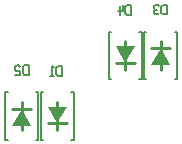
<source format=gbo>
G04 -- Generated By PCBWeb Designer*
%FSLAX24Y24*%
%MOIN*%
%OFA0B0*%
%SFA1.0B1.0*%
%AMROTRECT*21,1,$1,$2,0,0,$3*%
%AMROTOBLONG*1,1,$7,$1,$2*1,1,$7,$3,$4*21,1,$5,$6,0,0,$8*%
%ADD10C,0.025*%
%ADD11C,0.05*%
%ADD12C,0.028*%
%ADD13C,0.06*%
%ADD14C,0.006*%
%ADD15C,0.008*%
%ADD16C,0.024*%
%ADD17C,0.035*%
%ADD18C,0.07*%
%ADD19R,0.055X0.0433*%
%ADD20R,0.065X0.0533*%
%ADD21C,0.1772*%
%ADD22C,0.128*%
%ADD23C,0.1872*%
%ADD24R,0.0276X0.0236*%
%ADD25R,0.0376X0.0336*%
%ADD26C,0.01*%
%ADD27C,0.0039*%
%ADD28C,0.0199*%
%ADD29R,0.0787X0.0276*%
%ADD30R,0.0887X0.0376*%
%ADD31R,0.0433X0.055*%
%ADD32R,0.0533X0.065*%
%ADD33C,0.0059*%
%ADD34R,0.085X0.07*%
%ADD35R,0.095X0.08*%
%ADD36C,0.0394*%
%ADD37C,0.0*%
%ADD38C,0.0258*%
%ADD39C,0.0059*%
%ADD40C,0.0098*%
%ADD41C,0.0276*%
G01*
%LNBASEFILL*%
%LPD*%
G36*
X1919Y1585D02*
X2234Y2136D01*
X1604Y2136D01*
X1919Y1585D01*
G37*
G36*
X738Y2057D02*
X423Y1506D01*
X1053Y1506D01*
X738Y2057D01*
G37*
G36*
X5364Y4075D02*
X5049Y3524D01*
X5679Y3524D01*
X5364Y4075D01*
G37*
G36*
X4183Y3602D02*
X4498Y4154D01*
X3868Y4154D01*
X4183Y3602D01*
G37*
%LNERASE*%
%LPC*%
G54D16*
X2078Y3172D02*
X2078Y3487D01*
X1941Y3487D01*
X1882Y3428D01*
X1882Y3231D01*
X1941Y3172D01*
X2078Y3172D01*
X2078Y3172D01*
X1803Y3172D02*
X1685Y3172D01*
X1744Y3172D02*
X1744Y3487D01*
X1803Y3448D01*
X963Y3193D02*
X963Y3508D01*
X825Y3508D01*
X766Y3449D01*
X766Y3252D01*
X825Y3193D01*
X963Y3193D01*
X963Y3193D01*
X688Y3449D02*
X628Y3508D01*
X569Y3508D01*
X510Y3449D01*
X510Y3371D01*
X550Y3331D01*
X648Y3331D01*
X688Y3292D01*
X688Y3193D01*
X510Y3193D01*
X5589Y5211D02*
X5589Y5526D01*
X5451Y5526D01*
X5392Y5467D01*
X5392Y5270D01*
X5451Y5211D01*
X5589Y5211D01*
X5589Y5211D01*
X5314Y5487D02*
X5274Y5526D01*
X5176Y5526D01*
X5136Y5487D01*
X5136Y5408D01*
X5176Y5369D01*
X5235Y5369D01*
X5176Y5369D02*
X5136Y5329D01*
X5136Y5250D01*
X5176Y5211D01*
X5274Y5211D01*
X5314Y5250D01*
X4392Y5202D02*
X4392Y5517D01*
X4254Y5517D01*
X4195Y5458D01*
X4195Y5261D01*
X4254Y5202D01*
X4392Y5202D01*
X4392Y5202D01*
X4116Y5517D02*
X4116Y5339D01*
X3958Y5339D01*
X3998Y5477D02*
X3998Y5202D01*
%LNSTD*%
%LPD*%
G54D26*
X1919Y1348D02*
X1919Y2293D01*
X2234Y1585D02*
X1604Y1585D01*
G54D33*
X2392Y2608D02*
X2471Y2608D01*
X2471Y1034D01*
X2392Y1034D01*
X1447Y1034D02*
X1368Y1034D01*
X1368Y2608D01*
X1447Y2608D01*
G54D15*
X2078Y3172D02*
X2078Y3487D01*
X1941Y3487D01*
X1882Y3428D01*
X1882Y3231D01*
X1941Y3172D01*
X2078Y3172D01*
X2078Y3172D01*
X1803Y3172D02*
X1685Y3172D01*
X1744Y3172D02*
X1744Y3487D01*
X1803Y3448D01*
G54D26*
X738Y2293D02*
X738Y1348D01*
X423Y2057D02*
X1053Y2057D01*
G54D33*
X266Y1034D02*
X187Y1034D01*
X187Y2608D01*
X266Y2608D01*
X1211Y2608D02*
X1289Y2608D01*
X1289Y1034D01*
X1211Y1034D01*
G54D15*
X963Y3193D02*
X963Y3508D01*
X825Y3508D01*
X766Y3449D01*
X766Y3252D01*
X825Y3193D01*
X963Y3193D01*
X963Y3193D01*
X688Y3449D02*
X628Y3508D01*
X569Y3508D01*
X510Y3449D01*
X510Y3371D01*
X550Y3331D01*
X648Y3331D01*
X688Y3292D01*
X688Y3193D01*
X510Y3193D01*
G54D26*
X5364Y4311D02*
X5364Y3366D01*
X5049Y4075D02*
X5679Y4075D01*
G54D33*
X4892Y3051D02*
X4813Y3051D01*
X4813Y4626D01*
X4892Y4626D01*
X5837Y4626D02*
X5916Y4626D01*
X5916Y3051D01*
X5837Y3051D01*
G54D15*
X5589Y5211D02*
X5589Y5526D01*
X5451Y5526D01*
X5392Y5467D01*
X5392Y5270D01*
X5451Y5211D01*
X5589Y5211D01*
X5589Y5211D01*
X5314Y5487D02*
X5274Y5526D01*
X5176Y5526D01*
X5136Y5487D01*
X5136Y5408D01*
X5176Y5369D01*
X5235Y5369D01*
X5176Y5369D02*
X5136Y5329D01*
X5136Y5250D01*
X5176Y5211D01*
X5274Y5211D01*
X5314Y5250D01*
G54D26*
X4183Y3366D02*
X4183Y4311D01*
X4498Y3602D02*
X3868Y3602D01*
G54D33*
X4656Y4626D02*
X4734Y4626D01*
X4734Y3051D01*
X4656Y3051D01*
X3711Y3051D02*
X3632Y3051D01*
X3632Y4626D01*
X3711Y4626D01*
G54D15*
X4392Y5202D02*
X4392Y5517D01*
X4254Y5517D01*
X4195Y5458D01*
X4195Y5261D01*
X4254Y5202D01*
X4392Y5202D01*
X4392Y5202D01*
X4116Y5517D02*
X4116Y5339D01*
X3958Y5339D01*
X3998Y5477D02*
X3998Y5202D01*
M02*

</source>
